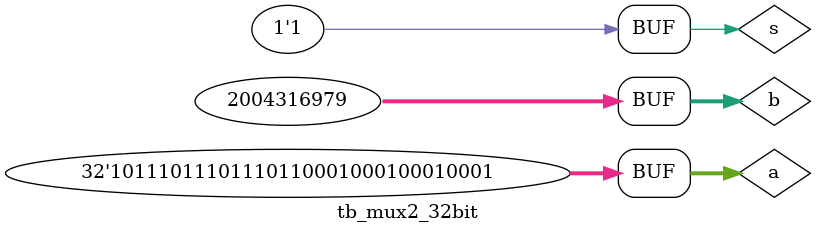
<source format=v>
`timescale 1ns/100ps

module tb_mux2_32bit;
	
	// regs & wire
	reg [31:0] a, b;
	reg s;
	wire [31:0] y;
	
	// instance mux2_32bit
	mux2_32bit test_mux2_32bit(a, b, s, y);
	
	initial begin
		#0; a = 32'h12341234; b = 32'hffffffff; s = 0;
		#5; a = 32'h55555555; b = 32'h99995959;
		#5; a = 32'haaaaaaaa; b = 32'h11111111; s = 1;
		#5; a = 32'hbbbb1111; b = 32'h77777333;
		#5;
	end
	
	
endmodule

</source>
